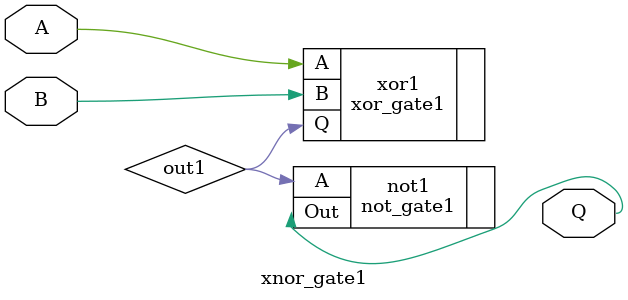
<source format=v>
`timescale 1ns / 1ps


module xnor_gate1(
    input A,
    input B,
    output Q
    );
    
    wire out1;
    
    xor_gate1 xor1(
        .A(A),
        .B(B),
        .Q(out1)
    );
    not_gate1 not1(
        .A(out1),
        .Out(Q)
    );
endmodule

</source>
